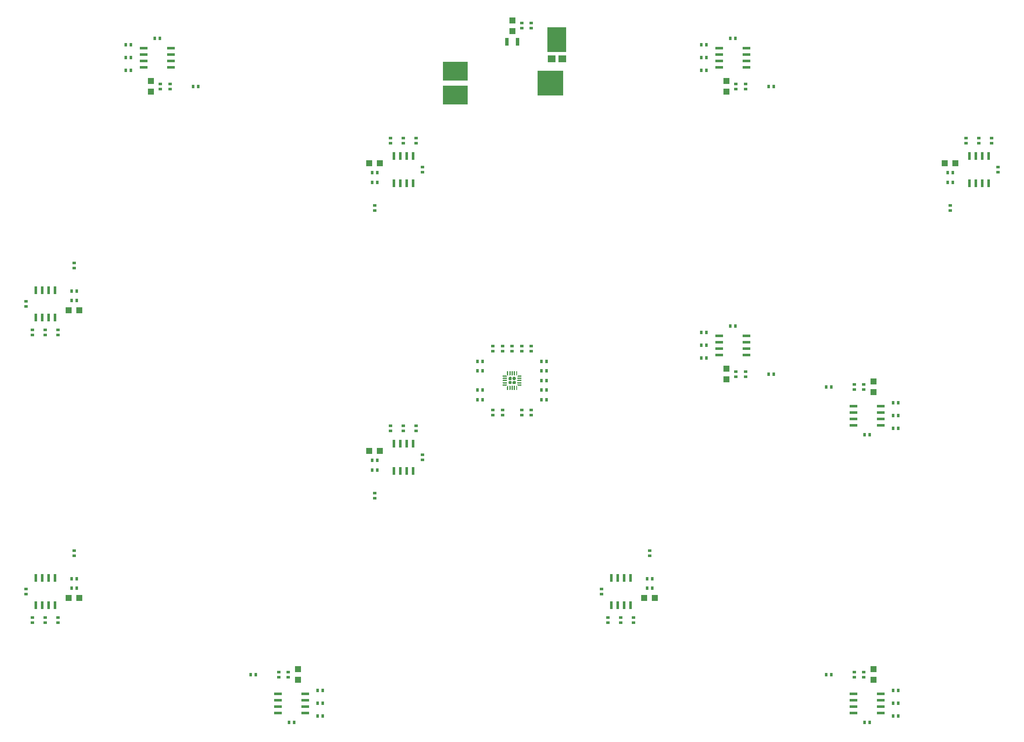
<source format=gtp>
%TF.GenerationSoftware,KiCad,Pcbnew,5.1.10-88a1d61d58~88~ubuntu20.10.1*%
%TF.CreationDate,2021-06-25T14:56:41-04:00*%
%TF.ProjectId,lickport_array_module,6c69636b-706f-4727-945f-61727261795f,1.1*%
%TF.SameCoordinates,Original*%
%TF.FileFunction,Paste,Top*%
%TF.FilePolarity,Positive*%
%FSLAX46Y46*%
G04 Gerber Fmt 4.6, Leading zero omitted, Abs format (unit mm)*
G04 Created by KiCad (PCBNEW 5.1.10-88a1d61d58~88~ubuntu20.10.1) date 2021-06-25 14:56:41*
%MOMM*%
%LPD*%
G01*
G04 APERTURE LIST*
%ADD10R,5.000000X3.750000*%
%ADD11R,5.200000X5.000000*%
%ADD12R,0.787400X1.600200*%
%ADD13R,0.600000X0.700000*%
%ADD14R,0.700000X0.600000*%
%ADD15R,3.800000X4.960000*%
%ADD16R,1.600000X1.440000*%
%ADD17R,1.193800X1.193800*%
%ADD18C,0.100000*%
%ADD19R,0.599440X1.549400*%
%ADD20R,1.549400X0.599440*%
G04 APERTURE END LIST*
D10*
%TO.C,P1*%
X128400000Y-32220000D03*
X128400000Y-27470000D03*
D11*
X147300000Y-29845000D03*
%TD*%
D12*
%TO.C,C1*%
X140741400Y-21590000D03*
X138658600Y-21590000D03*
%TD*%
D13*
%TO.C,C2*%
X133850000Y-90805000D03*
X132850000Y-90805000D03*
%TD*%
%TO.C,C3*%
X133850000Y-92710000D03*
X132850000Y-92710000D03*
%TD*%
D14*
%TO.C,C4*%
X43180000Y-74160000D03*
X43180000Y-73160000D03*
%TD*%
%TO.C,C5*%
X46990000Y-79875000D03*
X46990000Y-78875000D03*
%TD*%
D13*
%TO.C,C6*%
X69715000Y-20955000D03*
X68715000Y-20955000D03*
%TD*%
%TO.C,C7*%
X63000000Y-24765000D03*
X64000000Y-24765000D03*
%TD*%
D14*
%TO.C,C8*%
X121920000Y-47490000D03*
X121920000Y-46490000D03*
%TD*%
%TO.C,C9*%
X118110000Y-40775000D03*
X118110000Y-41775000D03*
%TD*%
D13*
%TO.C,C10*%
X183015000Y-20955000D03*
X184015000Y-20955000D03*
%TD*%
%TO.C,C11*%
X178300000Y-24765000D03*
X177300000Y-24765000D03*
%TD*%
D14*
%TO.C,C12*%
X236220000Y-46490000D03*
X236220000Y-47490000D03*
%TD*%
%TO.C,C13*%
X232410000Y-41775000D03*
X232410000Y-40775000D03*
%TD*%
D13*
%TO.C,C14*%
X209685000Y-99695000D03*
X210685000Y-99695000D03*
%TD*%
%TO.C,C15*%
X216400000Y-95885000D03*
X215400000Y-95885000D03*
%TD*%
%TO.C,C16*%
X210685000Y-156845000D03*
X209685000Y-156845000D03*
%TD*%
%TO.C,C17*%
X215400000Y-153035000D03*
X216400000Y-153035000D03*
%TD*%
%TO.C,C18*%
X184015000Y-78105000D03*
X183015000Y-78105000D03*
%TD*%
%TO.C,C19*%
X178300000Y-81915000D03*
X177300000Y-81915000D03*
%TD*%
D14*
%TO.C,C20*%
X157480000Y-131310000D03*
X157480000Y-130310000D03*
%TD*%
%TO.C,C21*%
X161290000Y-136025000D03*
X161290000Y-137025000D03*
%TD*%
D13*
%TO.C,C22*%
X95385000Y-156845000D03*
X96385000Y-156845000D03*
%TD*%
%TO.C,C23*%
X101100000Y-153035000D03*
X102100000Y-153035000D03*
%TD*%
D14*
%TO.C,C24*%
X43180000Y-131310000D03*
X43180000Y-130310000D03*
%TD*%
%TO.C,C25*%
X46990000Y-136025000D03*
X46990000Y-137025000D03*
%TD*%
%TO.C,C26*%
X121920000Y-104640000D03*
X121920000Y-103640000D03*
%TD*%
%TO.C,C27*%
X118110000Y-98925000D03*
X118110000Y-97925000D03*
%TD*%
D15*
%TO.C,D1*%
X148590000Y-21205000D03*
D16*
X149655000Y-25005000D03*
X147525000Y-25005000D03*
%TD*%
D14*
%TO.C,D2*%
X143510000Y-17915000D03*
X143510000Y-18915000D03*
%TD*%
%TO.C,D3*%
X52705000Y-65540000D03*
X52705000Y-66540000D03*
%TD*%
D13*
%TO.C,D4*%
X52205000Y-71120000D03*
X53205000Y-71120000D03*
%TD*%
%TO.C,D5*%
X76335000Y-30480000D03*
X77335000Y-30480000D03*
%TD*%
D14*
%TO.C,D6*%
X71755000Y-30980000D03*
X71755000Y-29980000D03*
%TD*%
%TO.C,D7*%
X112395000Y-55110000D03*
X112395000Y-54110000D03*
%TD*%
D13*
%TO.C,D8*%
X111895000Y-49530000D03*
X112895000Y-49530000D03*
%TD*%
%TO.C,D9*%
X191635000Y-30480000D03*
X190635000Y-30480000D03*
%TD*%
D14*
%TO.C,D10*%
X186055000Y-29980000D03*
X186055000Y-30980000D03*
%TD*%
%TO.C,D11*%
X226695000Y-55110000D03*
X226695000Y-54110000D03*
%TD*%
D13*
%TO.C,D12*%
X226195000Y-49530000D03*
X227195000Y-49530000D03*
%TD*%
%TO.C,D13*%
X203065000Y-90170000D03*
X202065000Y-90170000D03*
%TD*%
D14*
%TO.C,D14*%
X207645000Y-90670000D03*
X207645000Y-89670000D03*
%TD*%
D13*
%TO.C,D15*%
X202065000Y-147320000D03*
X203065000Y-147320000D03*
%TD*%
D14*
%TO.C,D16*%
X207645000Y-146820000D03*
X207645000Y-147820000D03*
%TD*%
D13*
%TO.C,D17*%
X190635000Y-87630000D03*
X191635000Y-87630000D03*
%TD*%
D14*
%TO.C,D18*%
X186055000Y-87130000D03*
X186055000Y-88130000D03*
%TD*%
%TO.C,D19*%
X167005000Y-123690000D03*
X167005000Y-122690000D03*
%TD*%
D13*
%TO.C,D20*%
X166505000Y-128270000D03*
X167505000Y-128270000D03*
%TD*%
%TO.C,D21*%
X88765000Y-147320000D03*
X87765000Y-147320000D03*
%TD*%
D14*
%TO.C,D22*%
X93345000Y-146820000D03*
X93345000Y-147820000D03*
%TD*%
%TO.C,D23*%
X52705000Y-122690000D03*
X52705000Y-123690000D03*
%TD*%
D13*
%TO.C,D24*%
X53205000Y-128270000D03*
X52205000Y-128270000D03*
%TD*%
D14*
%TO.C,D25*%
X112395000Y-112260000D03*
X112395000Y-111260000D03*
%TD*%
D13*
%TO.C,D26*%
X111895000Y-106680000D03*
X112895000Y-106680000D03*
%TD*%
D17*
%TO.C,L1*%
X139779000Y-19469100D03*
X139779000Y-17360900D03*
%TD*%
%TO.C,L2*%
X51650900Y-74930000D03*
X53759100Y-74930000D03*
%TD*%
%TO.C,L3*%
X67945000Y-29425900D03*
X67945000Y-31534100D03*
%TD*%
%TO.C,L4*%
X111340900Y-45720000D03*
X113449100Y-45720000D03*
%TD*%
%TO.C,L5*%
X182245000Y-29425900D03*
X182245000Y-31534100D03*
%TD*%
%TO.C,L6*%
X225640900Y-45720000D03*
X227749100Y-45720000D03*
%TD*%
%TO.C,L7*%
X211455000Y-89115900D03*
X211455000Y-91224100D03*
%TD*%
%TO.C,L8*%
X211455000Y-146265900D03*
X211455000Y-148374100D03*
%TD*%
%TO.C,L9*%
X182245000Y-86575900D03*
X182245000Y-88684100D03*
%TD*%
%TO.C,L10*%
X168059100Y-132080000D03*
X165950900Y-132080000D03*
%TD*%
%TO.C,L11*%
X97155000Y-146265900D03*
X97155000Y-148374100D03*
%TD*%
%TO.C,L12*%
X51650900Y-132080000D03*
X53759100Y-132080000D03*
%TD*%
%TO.C,L13*%
X113449100Y-102870000D03*
X111340900Y-102870000D03*
%TD*%
D14*
%TO.C,R1*%
X141605000Y-18915000D03*
X141605000Y-17915000D03*
%TD*%
%TO.C,R2*%
X135890000Y-95750000D03*
X135890000Y-94750000D03*
%TD*%
%TO.C,R3*%
X141605000Y-94750000D03*
X141605000Y-95750000D03*
%TD*%
%TO.C,R4*%
X143510000Y-95750000D03*
X143510000Y-94750000D03*
%TD*%
%TO.C,R5*%
X137795000Y-95750000D03*
X137795000Y-94750000D03*
%TD*%
%TO.C,R6*%
X44450000Y-79875000D03*
X44450000Y-78875000D03*
%TD*%
%TO.C,R7*%
X49530000Y-79875000D03*
X49530000Y-78875000D03*
%TD*%
D13*
%TO.C,R8*%
X52205000Y-73025000D03*
X53205000Y-73025000D03*
%TD*%
%TO.C,R9*%
X133850000Y-86995000D03*
X132850000Y-86995000D03*
%TD*%
%TO.C,R10*%
X64000000Y-22225000D03*
X63000000Y-22225000D03*
%TD*%
%TO.C,R11*%
X64000000Y-27305000D03*
X63000000Y-27305000D03*
%TD*%
D14*
%TO.C,R12*%
X69850000Y-30980000D03*
X69850000Y-29980000D03*
%TD*%
D13*
%TO.C,R13*%
X132850000Y-85090000D03*
X133850000Y-85090000D03*
%TD*%
D14*
%TO.C,R14*%
X120650000Y-41775000D03*
X120650000Y-40775000D03*
%TD*%
%TO.C,R15*%
X115570000Y-41775000D03*
X115570000Y-40775000D03*
%TD*%
D13*
%TO.C,R16*%
X111895000Y-47625000D03*
X112895000Y-47625000D03*
%TD*%
D14*
%TO.C,R17*%
X135890000Y-82050000D03*
X135890000Y-83050000D03*
%TD*%
D13*
%TO.C,R18*%
X177300000Y-22225000D03*
X178300000Y-22225000D03*
%TD*%
%TO.C,R19*%
X177300000Y-27305000D03*
X178300000Y-27305000D03*
%TD*%
D14*
%TO.C,R20*%
X184150000Y-29980000D03*
X184150000Y-30980000D03*
%TD*%
%TO.C,R21*%
X137795000Y-82050000D03*
X137795000Y-83050000D03*
%TD*%
%TO.C,R22*%
X234950000Y-40775000D03*
X234950000Y-41775000D03*
%TD*%
%TO.C,R23*%
X229870000Y-40775000D03*
X229870000Y-41775000D03*
%TD*%
D13*
%TO.C,R24*%
X227195000Y-47625000D03*
X226195000Y-47625000D03*
%TD*%
D14*
%TO.C,R25*%
X139700000Y-82050000D03*
X139700000Y-83050000D03*
%TD*%
D13*
%TO.C,R26*%
X216400000Y-98425000D03*
X215400000Y-98425000D03*
%TD*%
%TO.C,R27*%
X216400000Y-93345000D03*
X215400000Y-93345000D03*
%TD*%
D14*
%TO.C,R28*%
X209550000Y-90670000D03*
X209550000Y-89670000D03*
%TD*%
%TO.C,R29*%
X141605000Y-82050000D03*
X141605000Y-83050000D03*
%TD*%
D13*
%TO.C,R30*%
X216400000Y-155575000D03*
X215400000Y-155575000D03*
%TD*%
%TO.C,R31*%
X216400000Y-150495000D03*
X215400000Y-150495000D03*
%TD*%
D14*
%TO.C,R32*%
X209550000Y-147820000D03*
X209550000Y-146820000D03*
%TD*%
%TO.C,R33*%
X143510000Y-82050000D03*
X143510000Y-83050000D03*
%TD*%
D13*
%TO.C,R34*%
X177300000Y-79375000D03*
X178300000Y-79375000D03*
%TD*%
%TO.C,R35*%
X177300000Y-84455000D03*
X178300000Y-84455000D03*
%TD*%
D14*
%TO.C,R36*%
X184150000Y-88130000D03*
X184150000Y-87130000D03*
%TD*%
D13*
%TO.C,R37*%
X145550000Y-85090000D03*
X146550000Y-85090000D03*
%TD*%
D14*
%TO.C,R38*%
X158750000Y-137025000D03*
X158750000Y-136025000D03*
%TD*%
%TO.C,R39*%
X163830000Y-137025000D03*
X163830000Y-136025000D03*
%TD*%
D13*
%TO.C,R40*%
X167505000Y-130175000D03*
X166505000Y-130175000D03*
%TD*%
%TO.C,R41*%
X145550000Y-86995000D03*
X146550000Y-86995000D03*
%TD*%
%TO.C,R42*%
X102100000Y-155575000D03*
X101100000Y-155575000D03*
%TD*%
%TO.C,R43*%
X101100000Y-150495000D03*
X102100000Y-150495000D03*
%TD*%
D14*
%TO.C,R44*%
X95250000Y-147820000D03*
X95250000Y-146820000D03*
%TD*%
D13*
%TO.C,R45*%
X146550000Y-88900000D03*
X145550000Y-88900000D03*
%TD*%
D14*
%TO.C,R46*%
X44450000Y-136025000D03*
X44450000Y-137025000D03*
%TD*%
%TO.C,R47*%
X49530000Y-136025000D03*
X49530000Y-137025000D03*
%TD*%
D13*
%TO.C,R48*%
X53205000Y-130175000D03*
X52205000Y-130175000D03*
%TD*%
%TO.C,R49*%
X146550000Y-90805000D03*
X145550000Y-90805000D03*
%TD*%
D14*
%TO.C,R50*%
X120650000Y-97925000D03*
X120650000Y-98925000D03*
%TD*%
%TO.C,R51*%
X115570000Y-98925000D03*
X115570000Y-97925000D03*
%TD*%
D13*
%TO.C,R52*%
X111895000Y-104775000D03*
X112895000Y-104775000D03*
%TD*%
%TO.C,R53*%
X146550000Y-92710000D03*
X145550000Y-92710000D03*
%TD*%
D18*
%TO.C,U1*%
G36*
X140724039Y-87714044D02*
G01*
X140721194Y-87723423D01*
X140716573Y-87732068D01*
X140710355Y-87739644D01*
X140589644Y-87860355D01*
X140582068Y-87866573D01*
X140573423Y-87871194D01*
X140564044Y-87874039D01*
X140554289Y-87875000D01*
X140525000Y-87875000D01*
X140515245Y-87874039D01*
X140505866Y-87871194D01*
X140497221Y-87866573D01*
X140489645Y-87860355D01*
X140483427Y-87852779D01*
X140478806Y-87844134D01*
X140475961Y-87834755D01*
X140475000Y-87825000D01*
X140475000Y-87075000D01*
X140475961Y-87065245D01*
X140478806Y-87055866D01*
X140483427Y-87047221D01*
X140489645Y-87039645D01*
X140497221Y-87033427D01*
X140505866Y-87028806D01*
X140515245Y-87025961D01*
X140525000Y-87025000D01*
X140675000Y-87025000D01*
X140684755Y-87025961D01*
X140694134Y-87028806D01*
X140702779Y-87033427D01*
X140710355Y-87039645D01*
X140716573Y-87047221D01*
X140721194Y-87055866D01*
X140724039Y-87065245D01*
X140725000Y-87075000D01*
X140725000Y-87704289D01*
X140724039Y-87714044D01*
G37*
G36*
G01*
X140087500Y-87025000D02*
X140212500Y-87025000D01*
G75*
G02*
X140275000Y-87087500I0J-62500D01*
G01*
X140275000Y-87812500D01*
G75*
G02*
X140212500Y-87875000I-62500J0D01*
G01*
X140087500Y-87875000D01*
G75*
G02*
X140025000Y-87812500I0J62500D01*
G01*
X140025000Y-87087500D01*
G75*
G02*
X140087500Y-87025000I62500J0D01*
G01*
G37*
G36*
G01*
X139637500Y-87025000D02*
X139762500Y-87025000D01*
G75*
G02*
X139825000Y-87087500I0J-62500D01*
G01*
X139825000Y-87812500D01*
G75*
G02*
X139762500Y-87875000I-62500J0D01*
G01*
X139637500Y-87875000D01*
G75*
G02*
X139575000Y-87812500I0J62500D01*
G01*
X139575000Y-87087500D01*
G75*
G02*
X139637500Y-87025000I62500J0D01*
G01*
G37*
G36*
G01*
X139187500Y-87025000D02*
X139312500Y-87025000D01*
G75*
G02*
X139375000Y-87087500I0J-62500D01*
G01*
X139375000Y-87812500D01*
G75*
G02*
X139312500Y-87875000I-62500J0D01*
G01*
X139187500Y-87875000D01*
G75*
G02*
X139125000Y-87812500I0J62500D01*
G01*
X139125000Y-87087500D01*
G75*
G02*
X139187500Y-87025000I62500J0D01*
G01*
G37*
G36*
X138924039Y-87834755D02*
G01*
X138921194Y-87844134D01*
X138916573Y-87852779D01*
X138910355Y-87860355D01*
X138902779Y-87866573D01*
X138894134Y-87871194D01*
X138884755Y-87874039D01*
X138875000Y-87875000D01*
X138845711Y-87875000D01*
X138835956Y-87874039D01*
X138826577Y-87871194D01*
X138817932Y-87866573D01*
X138810356Y-87860355D01*
X138689645Y-87739644D01*
X138683427Y-87732068D01*
X138678806Y-87723423D01*
X138675961Y-87714044D01*
X138675000Y-87704289D01*
X138675000Y-87075000D01*
X138675961Y-87065245D01*
X138678806Y-87055866D01*
X138683427Y-87047221D01*
X138689645Y-87039645D01*
X138697221Y-87033427D01*
X138705866Y-87028806D01*
X138715245Y-87025961D01*
X138725000Y-87025000D01*
X138875000Y-87025000D01*
X138884755Y-87025961D01*
X138894134Y-87028806D01*
X138902779Y-87033427D01*
X138910355Y-87039645D01*
X138916573Y-87047221D01*
X138921194Y-87055866D01*
X138924039Y-87065245D01*
X138925000Y-87075000D01*
X138925000Y-87825000D01*
X138924039Y-87834755D01*
G37*
G36*
X138674039Y-88084755D02*
G01*
X138671194Y-88094134D01*
X138666573Y-88102779D01*
X138660355Y-88110355D01*
X138652779Y-88116573D01*
X138644134Y-88121194D01*
X138634755Y-88124039D01*
X138625000Y-88125000D01*
X137875000Y-88125000D01*
X137865245Y-88124039D01*
X137855866Y-88121194D01*
X137847221Y-88116573D01*
X137839645Y-88110355D01*
X137833427Y-88102779D01*
X137828806Y-88094134D01*
X137825961Y-88084755D01*
X137825000Y-88075000D01*
X137825000Y-87925000D01*
X137825961Y-87915245D01*
X137828806Y-87905866D01*
X137833427Y-87897221D01*
X137839645Y-87889645D01*
X137847221Y-87883427D01*
X137855866Y-87878806D01*
X137865245Y-87875961D01*
X137875000Y-87875000D01*
X138504289Y-87875000D01*
X138514044Y-87875961D01*
X138523423Y-87878806D01*
X138532068Y-87883427D01*
X138539644Y-87889645D01*
X138660355Y-88010356D01*
X138666573Y-88017932D01*
X138671194Y-88026577D01*
X138674039Y-88035956D01*
X138675000Y-88045711D01*
X138675000Y-88075000D01*
X138674039Y-88084755D01*
G37*
G36*
G01*
X137887500Y-88325000D02*
X138612500Y-88325000D01*
G75*
G02*
X138675000Y-88387500I0J-62500D01*
G01*
X138675000Y-88512500D01*
G75*
G02*
X138612500Y-88575000I-62500J0D01*
G01*
X137887500Y-88575000D01*
G75*
G02*
X137825000Y-88512500I0J62500D01*
G01*
X137825000Y-88387500D01*
G75*
G02*
X137887500Y-88325000I62500J0D01*
G01*
G37*
G36*
G01*
X137887500Y-88775000D02*
X138612500Y-88775000D01*
G75*
G02*
X138675000Y-88837500I0J-62500D01*
G01*
X138675000Y-88962500D01*
G75*
G02*
X138612500Y-89025000I-62500J0D01*
G01*
X137887500Y-89025000D01*
G75*
G02*
X137825000Y-88962500I0J62500D01*
G01*
X137825000Y-88837500D01*
G75*
G02*
X137887500Y-88775000I62500J0D01*
G01*
G37*
G36*
G01*
X137887500Y-89225000D02*
X138612500Y-89225000D01*
G75*
G02*
X138675000Y-89287500I0J-62500D01*
G01*
X138675000Y-89412500D01*
G75*
G02*
X138612500Y-89475000I-62500J0D01*
G01*
X137887500Y-89475000D01*
G75*
G02*
X137825000Y-89412500I0J62500D01*
G01*
X137825000Y-89287500D01*
G75*
G02*
X137887500Y-89225000I62500J0D01*
G01*
G37*
G36*
X138674039Y-89764044D02*
G01*
X138671194Y-89773423D01*
X138666573Y-89782068D01*
X138660355Y-89789644D01*
X138539644Y-89910355D01*
X138532068Y-89916573D01*
X138523423Y-89921194D01*
X138514044Y-89924039D01*
X138504289Y-89925000D01*
X137875000Y-89925000D01*
X137865245Y-89924039D01*
X137855866Y-89921194D01*
X137847221Y-89916573D01*
X137839645Y-89910355D01*
X137833427Y-89902779D01*
X137828806Y-89894134D01*
X137825961Y-89884755D01*
X137825000Y-89875000D01*
X137825000Y-89725000D01*
X137825961Y-89715245D01*
X137828806Y-89705866D01*
X137833427Y-89697221D01*
X137839645Y-89689645D01*
X137847221Y-89683427D01*
X137855866Y-89678806D01*
X137865245Y-89675961D01*
X137875000Y-89675000D01*
X138625000Y-89675000D01*
X138634755Y-89675961D01*
X138644134Y-89678806D01*
X138652779Y-89683427D01*
X138660355Y-89689645D01*
X138666573Y-89697221D01*
X138671194Y-89705866D01*
X138674039Y-89715245D01*
X138675000Y-89725000D01*
X138675000Y-89754289D01*
X138674039Y-89764044D01*
G37*
G36*
X138924039Y-90734755D02*
G01*
X138921194Y-90744134D01*
X138916573Y-90752779D01*
X138910355Y-90760355D01*
X138902779Y-90766573D01*
X138894134Y-90771194D01*
X138884755Y-90774039D01*
X138875000Y-90775000D01*
X138725000Y-90775000D01*
X138715245Y-90774039D01*
X138705866Y-90771194D01*
X138697221Y-90766573D01*
X138689645Y-90760355D01*
X138683427Y-90752779D01*
X138678806Y-90744134D01*
X138675961Y-90734755D01*
X138675000Y-90725000D01*
X138675000Y-90095711D01*
X138675961Y-90085956D01*
X138678806Y-90076577D01*
X138683427Y-90067932D01*
X138689645Y-90060356D01*
X138810356Y-89939645D01*
X138817932Y-89933427D01*
X138826577Y-89928806D01*
X138835956Y-89925961D01*
X138845711Y-89925000D01*
X138875000Y-89925000D01*
X138884755Y-89925961D01*
X138894134Y-89928806D01*
X138902779Y-89933427D01*
X138910355Y-89939645D01*
X138916573Y-89947221D01*
X138921194Y-89955866D01*
X138924039Y-89965245D01*
X138925000Y-89975000D01*
X138925000Y-90725000D01*
X138924039Y-90734755D01*
G37*
G36*
G01*
X139187500Y-89925000D02*
X139312500Y-89925000D01*
G75*
G02*
X139375000Y-89987500I0J-62500D01*
G01*
X139375000Y-90712500D01*
G75*
G02*
X139312500Y-90775000I-62500J0D01*
G01*
X139187500Y-90775000D01*
G75*
G02*
X139125000Y-90712500I0J62500D01*
G01*
X139125000Y-89987500D01*
G75*
G02*
X139187500Y-89925000I62500J0D01*
G01*
G37*
G36*
G01*
X139637500Y-89925000D02*
X139762500Y-89925000D01*
G75*
G02*
X139825000Y-89987500I0J-62500D01*
G01*
X139825000Y-90712500D01*
G75*
G02*
X139762500Y-90775000I-62500J0D01*
G01*
X139637500Y-90775000D01*
G75*
G02*
X139575000Y-90712500I0J62500D01*
G01*
X139575000Y-89987500D01*
G75*
G02*
X139637500Y-89925000I62500J0D01*
G01*
G37*
G36*
G01*
X140087500Y-89925000D02*
X140212500Y-89925000D01*
G75*
G02*
X140275000Y-89987500I0J-62500D01*
G01*
X140275000Y-90712500D01*
G75*
G02*
X140212500Y-90775000I-62500J0D01*
G01*
X140087500Y-90775000D01*
G75*
G02*
X140025000Y-90712500I0J62500D01*
G01*
X140025000Y-89987500D01*
G75*
G02*
X140087500Y-89925000I62500J0D01*
G01*
G37*
G36*
X140724039Y-90734755D02*
G01*
X140721194Y-90744134D01*
X140716573Y-90752779D01*
X140710355Y-90760355D01*
X140702779Y-90766573D01*
X140694134Y-90771194D01*
X140684755Y-90774039D01*
X140675000Y-90775000D01*
X140525000Y-90775000D01*
X140515245Y-90774039D01*
X140505866Y-90771194D01*
X140497221Y-90766573D01*
X140489645Y-90760355D01*
X140483427Y-90752779D01*
X140478806Y-90744134D01*
X140475961Y-90734755D01*
X140475000Y-90725000D01*
X140475000Y-89975000D01*
X140475961Y-89965245D01*
X140478806Y-89955866D01*
X140483427Y-89947221D01*
X140489645Y-89939645D01*
X140497221Y-89933427D01*
X140505866Y-89928806D01*
X140515245Y-89925961D01*
X140525000Y-89925000D01*
X140554289Y-89925000D01*
X140564044Y-89925961D01*
X140573423Y-89928806D01*
X140582068Y-89933427D01*
X140589644Y-89939645D01*
X140710355Y-90060356D01*
X140716573Y-90067932D01*
X140721194Y-90076577D01*
X140724039Y-90085956D01*
X140725000Y-90095711D01*
X140725000Y-90725000D01*
X140724039Y-90734755D01*
G37*
G36*
X141574039Y-89884755D02*
G01*
X141571194Y-89894134D01*
X141566573Y-89902779D01*
X141560355Y-89910355D01*
X141552779Y-89916573D01*
X141544134Y-89921194D01*
X141534755Y-89924039D01*
X141525000Y-89925000D01*
X140895711Y-89925000D01*
X140885956Y-89924039D01*
X140876577Y-89921194D01*
X140867932Y-89916573D01*
X140860356Y-89910355D01*
X140739645Y-89789644D01*
X140733427Y-89782068D01*
X140728806Y-89773423D01*
X140725961Y-89764044D01*
X140725000Y-89754289D01*
X140725000Y-89725000D01*
X140725961Y-89715245D01*
X140728806Y-89705866D01*
X140733427Y-89697221D01*
X140739645Y-89689645D01*
X140747221Y-89683427D01*
X140755866Y-89678806D01*
X140765245Y-89675961D01*
X140775000Y-89675000D01*
X141525000Y-89675000D01*
X141534755Y-89675961D01*
X141544134Y-89678806D01*
X141552779Y-89683427D01*
X141560355Y-89689645D01*
X141566573Y-89697221D01*
X141571194Y-89705866D01*
X141574039Y-89715245D01*
X141575000Y-89725000D01*
X141575000Y-89875000D01*
X141574039Y-89884755D01*
G37*
G36*
G01*
X140787500Y-89225000D02*
X141512500Y-89225000D01*
G75*
G02*
X141575000Y-89287500I0J-62500D01*
G01*
X141575000Y-89412500D01*
G75*
G02*
X141512500Y-89475000I-62500J0D01*
G01*
X140787500Y-89475000D01*
G75*
G02*
X140725000Y-89412500I0J62500D01*
G01*
X140725000Y-89287500D01*
G75*
G02*
X140787500Y-89225000I62500J0D01*
G01*
G37*
G36*
G01*
X140787500Y-88775000D02*
X141512500Y-88775000D01*
G75*
G02*
X141575000Y-88837500I0J-62500D01*
G01*
X141575000Y-88962500D01*
G75*
G02*
X141512500Y-89025000I-62500J0D01*
G01*
X140787500Y-89025000D01*
G75*
G02*
X140725000Y-88962500I0J62500D01*
G01*
X140725000Y-88837500D01*
G75*
G02*
X140787500Y-88775000I62500J0D01*
G01*
G37*
G36*
G01*
X140787500Y-88325000D02*
X141512500Y-88325000D01*
G75*
G02*
X141575000Y-88387500I0J-62500D01*
G01*
X141575000Y-88512500D01*
G75*
G02*
X141512500Y-88575000I-62500J0D01*
G01*
X140787500Y-88575000D01*
G75*
G02*
X140725000Y-88512500I0J62500D01*
G01*
X140725000Y-88387500D01*
G75*
G02*
X140787500Y-88325000I62500J0D01*
G01*
G37*
G36*
X141574039Y-88084755D02*
G01*
X141571194Y-88094134D01*
X141566573Y-88102779D01*
X141560355Y-88110355D01*
X141552779Y-88116573D01*
X141544134Y-88121194D01*
X141534755Y-88124039D01*
X141525000Y-88125000D01*
X140775000Y-88125000D01*
X140765245Y-88124039D01*
X140755866Y-88121194D01*
X140747221Y-88116573D01*
X140739645Y-88110355D01*
X140733427Y-88102779D01*
X140728806Y-88094134D01*
X140725961Y-88084755D01*
X140725000Y-88075000D01*
X140725000Y-88045711D01*
X140725961Y-88035956D01*
X140728806Y-88026577D01*
X140733427Y-88017932D01*
X140739645Y-88010356D01*
X140860356Y-87889645D01*
X140867932Y-87883427D01*
X140876577Y-87878806D01*
X140885956Y-87875961D01*
X140895711Y-87875000D01*
X141525000Y-87875000D01*
X141534755Y-87875961D01*
X141544134Y-87878806D01*
X141552779Y-87883427D01*
X141560355Y-87889645D01*
X141566573Y-87897221D01*
X141571194Y-87905866D01*
X141574039Y-87915245D01*
X141575000Y-87925000D01*
X141575000Y-88075000D01*
X141574039Y-88084755D01*
G37*
G36*
G01*
X139940000Y-88180000D02*
X140260000Y-88180000D01*
G75*
G02*
X140420000Y-88340000I0J-160000D01*
G01*
X140420000Y-88660000D01*
G75*
G02*
X140260000Y-88820000I-160000J0D01*
G01*
X139940000Y-88820000D01*
G75*
G02*
X139780000Y-88660000I0J160000D01*
G01*
X139780000Y-88340000D01*
G75*
G02*
X139940000Y-88180000I160000J0D01*
G01*
G37*
G36*
G01*
X139140000Y-88180000D02*
X139460000Y-88180000D01*
G75*
G02*
X139620000Y-88340000I0J-160000D01*
G01*
X139620000Y-88660000D01*
G75*
G02*
X139460000Y-88820000I-160000J0D01*
G01*
X139140000Y-88820000D01*
G75*
G02*
X138980000Y-88660000I0J160000D01*
G01*
X138980000Y-88340000D01*
G75*
G02*
X139140000Y-88180000I160000J0D01*
G01*
G37*
G36*
G01*
X139940000Y-88980000D02*
X140260000Y-88980000D01*
G75*
G02*
X140420000Y-89140000I0J-160000D01*
G01*
X140420000Y-89460000D01*
G75*
G02*
X140260000Y-89620000I-160000J0D01*
G01*
X139940000Y-89620000D01*
G75*
G02*
X139780000Y-89460000I0J160000D01*
G01*
X139780000Y-89140000D01*
G75*
G02*
X139940000Y-88980000I160000J0D01*
G01*
G37*
G36*
G01*
X139140000Y-88980000D02*
X139460000Y-88980000D01*
G75*
G02*
X139620000Y-89140000I0J-160000D01*
G01*
X139620000Y-89460000D01*
G75*
G02*
X139460000Y-89620000I-160000J0D01*
G01*
X139140000Y-89620000D01*
G75*
G02*
X138980000Y-89460000I0J160000D01*
G01*
X138980000Y-89140000D01*
G75*
G02*
X139140000Y-88980000I160000J0D01*
G01*
G37*
%TD*%
D19*
%TO.C,U2*%
X45085000Y-70967600D03*
X46355000Y-70967600D03*
X47625000Y-70967600D03*
X48895000Y-70967600D03*
X48895000Y-76352400D03*
X47625000Y-76352400D03*
X46355000Y-76352400D03*
X45085000Y-76352400D03*
%TD*%
D20*
%TO.C,U3*%
X66522600Y-22860000D03*
X66522600Y-24130000D03*
X66522600Y-25400000D03*
X66522600Y-26670000D03*
X71907400Y-26670000D03*
X71907400Y-25400000D03*
X71907400Y-24130000D03*
X71907400Y-22860000D03*
%TD*%
D19*
%TO.C,U4*%
X120015000Y-44297600D03*
X118745000Y-44297600D03*
X117475000Y-44297600D03*
X116205000Y-44297600D03*
X116205000Y-49682400D03*
X117475000Y-49682400D03*
X118745000Y-49682400D03*
X120015000Y-49682400D03*
%TD*%
D20*
%TO.C,U5*%
X186207400Y-22860000D03*
X186207400Y-24130000D03*
X186207400Y-25400000D03*
X186207400Y-26670000D03*
X180822600Y-26670000D03*
X180822600Y-25400000D03*
X180822600Y-24130000D03*
X180822600Y-22860000D03*
%TD*%
D19*
%TO.C,U6*%
X234315000Y-44297600D03*
X233045000Y-44297600D03*
X231775000Y-44297600D03*
X230505000Y-44297600D03*
X230505000Y-49682400D03*
X231775000Y-49682400D03*
X233045000Y-49682400D03*
X234315000Y-49682400D03*
%TD*%
D20*
%TO.C,U7*%
X212877400Y-97790000D03*
X212877400Y-96520000D03*
X212877400Y-95250000D03*
X212877400Y-93980000D03*
X207492600Y-93980000D03*
X207492600Y-95250000D03*
X207492600Y-96520000D03*
X207492600Y-97790000D03*
%TD*%
%TO.C,U8*%
X207492600Y-154940000D03*
X207492600Y-153670000D03*
X207492600Y-152400000D03*
X207492600Y-151130000D03*
X212877400Y-151130000D03*
X212877400Y-152400000D03*
X212877400Y-153670000D03*
X212877400Y-154940000D03*
%TD*%
%TO.C,U9*%
X186207400Y-80010000D03*
X186207400Y-81280000D03*
X186207400Y-82550000D03*
X186207400Y-83820000D03*
X180822600Y-83820000D03*
X180822600Y-82550000D03*
X180822600Y-81280000D03*
X180822600Y-80010000D03*
%TD*%
D19*
%TO.C,U10*%
X159385000Y-128117600D03*
X160655000Y-128117600D03*
X161925000Y-128117600D03*
X163195000Y-128117600D03*
X163195000Y-133502400D03*
X161925000Y-133502400D03*
X160655000Y-133502400D03*
X159385000Y-133502400D03*
%TD*%
D20*
%TO.C,U11*%
X93192600Y-154940000D03*
X93192600Y-153670000D03*
X93192600Y-152400000D03*
X93192600Y-151130000D03*
X98577400Y-151130000D03*
X98577400Y-152400000D03*
X98577400Y-153670000D03*
X98577400Y-154940000D03*
%TD*%
D19*
%TO.C,U12*%
X45085000Y-133502400D03*
X46355000Y-133502400D03*
X47625000Y-133502400D03*
X48895000Y-133502400D03*
X48895000Y-128117600D03*
X47625000Y-128117600D03*
X46355000Y-128117600D03*
X45085000Y-128117600D03*
%TD*%
%TO.C,U13*%
X120015000Y-101447600D03*
X118745000Y-101447600D03*
X117475000Y-101447600D03*
X116205000Y-101447600D03*
X116205000Y-106832400D03*
X117475000Y-106832400D03*
X118745000Y-106832400D03*
X120015000Y-106832400D03*
%TD*%
M02*

</source>
